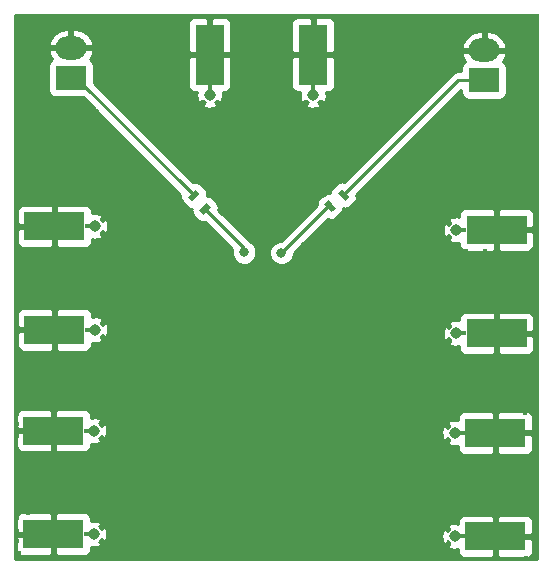
<source format=gbl>
%TF.GenerationSoftware,KiCad,Pcbnew,(2017-10-17 revision 537804b)-master*%
%TF.CreationDate,2018-09-04T11:21:01+02:00*%
%TF.ProjectId,rf_matching,72665F6D61746368696E672E6B696361,rev?*%
%TF.SameCoordinates,Original*%
%TF.FileFunction,Copper,L2,Bot,Signal*%
%TF.FilePolarity,Positive*%
%FSLAX46Y46*%
G04 Gerber Fmt 4.6, Leading zero omitted, Abs format (unit mm)*
G04 Created by KiCad (PCBNEW (2017-10-17 revision 537804b)-master) date Tuesday, 04 September 2018 'AMt' 11:21:01*
%MOMM*%
%LPD*%
G01*
G04 APERTURE LIST*
%TA.AperFunction,ComponentPad*%
%ADD10R,2.600000X2.000000*%
%TD*%
%TA.AperFunction,ComponentPad*%
%ADD11O,2.600000X2.000000*%
%TD*%
%TA.AperFunction,SMDPad,CuDef*%
%ADD12C,0.500000*%
%TD*%
%TA.AperFunction,Conductor*%
%ADD13C,0.100000*%
%TD*%
%TA.AperFunction,SMDPad,CuDef*%
%ADD14R,5.080000X2.420000*%
%TD*%
%TA.AperFunction,ViaPad*%
%ADD15C,0.970000*%
%TD*%
%TA.AperFunction,Conductor*%
%ADD16R,0.890000X0.460000*%
%TD*%
%TA.AperFunction,SMDPad,CuDef*%
%ADD17R,2.420000X5.080000*%
%TD*%
%TA.AperFunction,Conductor*%
%ADD18R,0.460000X0.890000*%
%TD*%
%TA.AperFunction,ViaPad*%
%ADD19C,0.400000*%
%TD*%
%TA.AperFunction,ViaPad*%
%ADD20C,0.800000*%
%TD*%
%TA.AperFunction,Conductor*%
%ADD21C,0.250000*%
%TD*%
%TA.AperFunction,Conductor*%
%ADD22C,0.254000*%
%TD*%
G04 APERTURE END LIST*
D10*
%TO.P,J3,1*%
%TO.N,Net-(J3-Pad1)*%
X184450000Y-77550000D03*
D11*
%TO.P,J3,2*%
%TO.N,GND*%
X184450000Y-75010000D03*
%TD*%
%TO.P,J5,2*%
%TO.N,GND*%
X149475000Y-74810000D03*
D10*
%TO.P,J5,1*%
%TO.N,Net-(J5-Pad1)*%
X149475000Y-77350000D03*
%TD*%
D12*
%TO.P,R1,2*%
%TO.N,Net-(J5-Pad1)*%
X159867909Y-87300467D03*
D13*
%TD*%
%TO.N,Net-(J5-Pad1)*%
%TO.C,R1*%
G36*
X160373326Y-87202724D02*
X159683886Y-87781233D01*
X159362492Y-87398210D01*
X160051932Y-86819701D01*
X160373326Y-87202724D01*
X160373326Y-87202724D01*
G37*
D12*
%TO.P,R1,1*%
%TO.N,Net-(R1-Pad1)*%
X160832091Y-88449533D03*
D13*
%TD*%
%TO.N,Net-(R1-Pad1)*%
%TO.C,R1*%
G36*
X161337508Y-88351790D02*
X160648068Y-88930299D01*
X160326674Y-88547276D01*
X161016114Y-87968767D01*
X161337508Y-88351790D01*
X161337508Y-88351790D01*
G37*
D12*
%TO.P,R2,1*%
%TO.N,Net-(J3-Pad1)*%
X172549533Y-87267909D03*
D13*
%TD*%
%TO.N,Net-(J3-Pad1)*%
%TO.C,R2*%
G36*
X172451790Y-86762492D02*
X173030299Y-87451932D01*
X172647276Y-87773326D01*
X172068767Y-87083886D01*
X172451790Y-86762492D01*
X172451790Y-86762492D01*
G37*
D12*
%TO.P,R2,2*%
%TO.N,Net-(R2-Pad2)*%
X171400467Y-88232091D03*
D13*
%TD*%
%TO.N,Net-(R2-Pad2)*%
%TO.C,R2*%
G36*
X171302724Y-87726674D02*
X171881233Y-88416114D01*
X171498210Y-88737508D01*
X170919701Y-88048068D01*
X171302724Y-87726674D01*
X171302724Y-87726674D01*
G37*
D14*
%TO.P,J1,2*%
%TO.N,GND*%
X148080000Y-89920000D03*
X148080000Y-98680000D03*
D15*
%TD*%
%TO.N,GND*%
%TO.C,J1*%
X151520000Y-89920000D03*
%TO.N,GND*%
%TO.C,J1*%
X151520000Y-98680000D03*
D16*
X151070000Y-89920000D03*
X151070000Y-98680000D03*
%TD*%
%TO.N,GND*%
%TO.C,J2*%
X182530000Y-90220000D03*
X182530000Y-98980000D03*
D15*
X182080000Y-90220000D03*
X182080000Y-98980000D03*
D14*
%TD*%
%TO.P,J2,2*%
%TO.N,GND*%
X185520000Y-90220000D03*
%TO.P,J2,2*%
%TO.N,GND*%
X185520000Y-98980000D03*
%TD*%
D17*
%TO.P,J4,2*%
%TO.N,GND*%
X169980000Y-75380000D03*
X161220000Y-75380000D03*
D15*
%TD*%
%TO.N,GND*%
%TO.C,J4*%
X169980000Y-78820000D03*
%TO.N,GND*%
%TO.C,J4*%
X161220000Y-78820000D03*
D18*
X169980000Y-78370000D03*
X161220000Y-78370000D03*
%TD*%
D14*
%TO.P,J6,2*%
%TO.N,GND*%
X185420000Y-116180000D03*
X185420000Y-107420000D03*
D15*
%TD*%
%TO.N,GND*%
%TO.C,J6*%
X181980000Y-116180000D03*
%TO.N,GND*%
%TO.C,J6*%
X181980000Y-107420000D03*
D16*
X182430000Y-116180000D03*
X182430000Y-107420000D03*
%TD*%
%TO.N,GND*%
%TO.C,J7*%
X150970000Y-115980000D03*
X150970000Y-107220000D03*
D15*
X151420000Y-115980000D03*
X151420000Y-107220000D03*
D14*
%TD*%
%TO.P,J7,2*%
%TO.N,GND*%
X147980000Y-115980000D03*
%TO.P,J7,2*%
%TO.N,GND*%
X147980000Y-107220000D03*
%TD*%
D19*
%TO.N,GND*%
X185300000Y-118000000D03*
X182200000Y-118000000D03*
X181300000Y-118000000D03*
X149900000Y-91900000D03*
X149200000Y-91900000D03*
X148500000Y-91900000D03*
D20*
X169800000Y-88200000D03*
X169800000Y-86400000D03*
X169100000Y-84200000D03*
X168500000Y-82400000D03*
X168500000Y-80700000D03*
X162900000Y-80400000D03*
X162900000Y-82200000D03*
X161800000Y-84200000D03*
X162000000Y-86900000D03*
X179500000Y-116100000D03*
X177800000Y-114700000D03*
X175300000Y-114600000D03*
X172200000Y-114500000D03*
X169400000Y-114600000D03*
X166400000Y-114600000D03*
X163500000Y-114600000D03*
X160800000Y-114600000D03*
X158000000Y-114600000D03*
X155600000Y-114600000D03*
X154300000Y-115900000D03*
X179100000Y-107200000D03*
X176900000Y-108500000D03*
X174400000Y-108600000D03*
X171800000Y-108600000D03*
X169600000Y-108600000D03*
X167100000Y-108600000D03*
X164800000Y-108600000D03*
X162400000Y-108600000D03*
X159900000Y-108700000D03*
X157500000Y-108600000D03*
X155200000Y-108200000D03*
X154100000Y-106400000D03*
X178500000Y-99500000D03*
X154300000Y-99700000D03*
X154700000Y-89800000D03*
X179000000Y-90700000D03*
X177300000Y-91600000D03*
X174400000Y-91600000D03*
X171900000Y-91600000D03*
X169300000Y-91600000D03*
X160600000Y-91700000D03*
X157900000Y-91700000D03*
X155200000Y-91700000D03*
X177300000Y-97600000D03*
X174600000Y-97600000D03*
X171900000Y-97600000D03*
X169000000Y-97600000D03*
X166200000Y-97600000D03*
X163400000Y-97600000D03*
X160700000Y-97600000D03*
X157900000Y-97600000D03*
X155300000Y-97600000D03*
X151700000Y-73100000D03*
X146000000Y-78900000D03*
X150500000Y-79500000D03*
X147200000Y-79200000D03*
X152100000Y-76900000D03*
X152100000Y-74900000D03*
X146500000Y-80200000D03*
X181600000Y-73100000D03*
X188000000Y-79800000D03*
X185600000Y-79800000D03*
X183300000Y-79800000D03*
X181300000Y-77200000D03*
X181300000Y-74500000D03*
X186800000Y-80900000D03*
X184200000Y-80900000D03*
X182100000Y-80900000D03*
X179900000Y-78300000D03*
X179900000Y-75700000D03*
X179900000Y-73800000D03*
X153100000Y-74000000D03*
X153100000Y-75600000D03*
X153100000Y-78000000D03*
X151500000Y-80300000D03*
X149600000Y-80200000D03*
X148000000Y-80200000D03*
D19*
X180000000Y-105700000D03*
X180600000Y-105500000D03*
X181300000Y-105500000D03*
X182000000Y-105500000D03*
X182600000Y-105500000D03*
X183300000Y-105500000D03*
X184000000Y-105500000D03*
X184600000Y-105500000D03*
X185200000Y-105500000D03*
X185800000Y-105500000D03*
X186600000Y-105500000D03*
X187200000Y-105500000D03*
X187900000Y-105700000D03*
X188500000Y-105600000D03*
X188200000Y-110000000D03*
X187400000Y-110000000D03*
X186600000Y-110000000D03*
X186000000Y-110000000D03*
X185300000Y-110000000D03*
X184600000Y-110000000D03*
X183900000Y-110000000D03*
X183200000Y-110000000D03*
X182500000Y-110000000D03*
X181800000Y-110000000D03*
X188000000Y-114400000D03*
X188100000Y-113900000D03*
X187400000Y-113900000D03*
X187200000Y-114400000D03*
X188200000Y-109500000D03*
X187600000Y-109500000D03*
X186900000Y-109600000D03*
X186300000Y-109600000D03*
X185600000Y-109600000D03*
X184900000Y-109600000D03*
X184200000Y-109600000D03*
X183500000Y-109600000D03*
X182800000Y-109600000D03*
X182100000Y-109600000D03*
X181500000Y-109600000D03*
X186400000Y-114400000D03*
X185600000Y-114400000D03*
X184900000Y-114400000D03*
X184100000Y-114400000D03*
X183300000Y-114400000D03*
X182300000Y-114400000D03*
X186700000Y-114000000D03*
X186000000Y-114000000D03*
X185200000Y-114000000D03*
X184500000Y-114000000D03*
X183700000Y-114000000D03*
X182800000Y-114000000D03*
X181900000Y-114000000D03*
X181000000Y-113800000D03*
X180200000Y-113300000D03*
X179400000Y-113300000D03*
X178400000Y-113300000D03*
X177400000Y-113300000D03*
X176400000Y-113300000D03*
X175600000Y-113300000D03*
X174700000Y-113300000D03*
X173800000Y-113300000D03*
X172900000Y-113300000D03*
X171900000Y-113300000D03*
X170900000Y-113300000D03*
X169800000Y-113300000D03*
X168900000Y-113300000D03*
X168000000Y-113300000D03*
X167100000Y-113300000D03*
X166100000Y-113300000D03*
X165100000Y-113300000D03*
X164200000Y-113300000D03*
X163400000Y-113300000D03*
X162500000Y-113300000D03*
X161700000Y-113300000D03*
X161000000Y-113300000D03*
X160200000Y-113300000D03*
X159400000Y-113300000D03*
X158400000Y-113300000D03*
X157500000Y-113300000D03*
X156800000Y-113300000D03*
X156100000Y-113300000D03*
X155200000Y-113300000D03*
X154400000Y-113300000D03*
X153700000Y-113300000D03*
X153000000Y-113300000D03*
X152400000Y-113300000D03*
X180600000Y-110100000D03*
X181000000Y-109900000D03*
X179800000Y-110200000D03*
X178900000Y-110200000D03*
X178100000Y-110200000D03*
X177200000Y-110200000D03*
X176300000Y-110200000D03*
X175500000Y-110200000D03*
X174500000Y-110200000D03*
X173600000Y-110200000D03*
X172500000Y-110200000D03*
X171600000Y-110200000D03*
X170700000Y-110200000D03*
X169700000Y-110200000D03*
X168800000Y-110200000D03*
X167800000Y-110200000D03*
X166900000Y-110200000D03*
X166000000Y-110200000D03*
X165100000Y-110200000D03*
X164300000Y-110200000D03*
X163300000Y-110200000D03*
X162400000Y-110200000D03*
X161500000Y-110200000D03*
X160700000Y-110200000D03*
X159900000Y-110200000D03*
X159100000Y-110200000D03*
X158100000Y-110200000D03*
X157100000Y-110200000D03*
X156000000Y-110200000D03*
X155100000Y-110200000D03*
X154200000Y-110200000D03*
X153500000Y-110200000D03*
X152800000Y-110200000D03*
X152100000Y-110100000D03*
X182900000Y-92000000D03*
X184500000Y-92000000D03*
X187100000Y-96900000D03*
X186300000Y-96900000D03*
X185400000Y-96900000D03*
X184600000Y-96900000D03*
X183900000Y-96900000D03*
X183100000Y-96900000D03*
X182400000Y-96900000D03*
X185400000Y-92100000D03*
X182100000Y-92000000D03*
X179600000Y-101000000D03*
X180400000Y-100600000D03*
X181000000Y-101100000D03*
X182200000Y-101100000D03*
X183100000Y-101100000D03*
X184000000Y-101100000D03*
X184900000Y-101100000D03*
X185900000Y-101100000D03*
X187000000Y-101100000D03*
X188000000Y-101100000D03*
X179600000Y-88400000D03*
X180500000Y-88400000D03*
X181400000Y-88000000D03*
X182100000Y-87900000D03*
X182600000Y-87900000D03*
X183400000Y-87900000D03*
X184300000Y-87900000D03*
X185100000Y-87900000D03*
X185800000Y-87900000D03*
X186400000Y-87900000D03*
X188000000Y-96800000D03*
X188100000Y-92300000D03*
X187900000Y-87900000D03*
X187100000Y-87900000D03*
X152500000Y-87300000D03*
X151700000Y-87300000D03*
X150800000Y-87300000D03*
X150100000Y-87300000D03*
X149200000Y-87300000D03*
X148500000Y-87300000D03*
X147700000Y-87300000D03*
X146800000Y-87300000D03*
X145400000Y-87300000D03*
X146000000Y-87300000D03*
X152600000Y-87800000D03*
X152000000Y-87800000D03*
X151200000Y-87800000D03*
X150400000Y-87800000D03*
X149600000Y-87800000D03*
X148800000Y-87800000D03*
X147900000Y-87800000D03*
X147200000Y-87800000D03*
X146400000Y-87900000D03*
X145600000Y-87900000D03*
X152000000Y-91700000D03*
X151400000Y-91900000D03*
X150700000Y-91900000D03*
X147800000Y-91900000D03*
X147100000Y-91900000D03*
X146100000Y-91900000D03*
X145500000Y-91900000D03*
X145600000Y-92400000D03*
X152300000Y-101300000D03*
X151500000Y-101300000D03*
X150700000Y-101300000D03*
X149900000Y-101300000D03*
X149000000Y-101300000D03*
X148200000Y-101300000D03*
X147500000Y-101300000D03*
X146700000Y-101300000D03*
X145900000Y-101400000D03*
X151800000Y-100700000D03*
X151100000Y-100700000D03*
X150300000Y-100700000D03*
X149400000Y-100700000D03*
X148600000Y-100700000D03*
X147900000Y-100700000D03*
X147100000Y-100700000D03*
X146300000Y-100700000D03*
X145600000Y-100700000D03*
X145500000Y-96800000D03*
X145900000Y-96300000D03*
X146100000Y-96800000D03*
X151800000Y-96800000D03*
X150800000Y-96800000D03*
X150100000Y-96800000D03*
X149300000Y-96800000D03*
X148600000Y-96800000D03*
X147900000Y-96800000D03*
X147100000Y-96800000D03*
X151600000Y-114100000D03*
X150800000Y-114100000D03*
X150100000Y-114100000D03*
X149400000Y-114100000D03*
X148800000Y-114100000D03*
X148000000Y-114100000D03*
X147300000Y-114100000D03*
X146600000Y-114100000D03*
X145800000Y-114200000D03*
X151800000Y-113600000D03*
X151200000Y-113600000D03*
X150400000Y-113600000D03*
X149800000Y-113600000D03*
X149200000Y-113600000D03*
X148300000Y-113600000D03*
X147700000Y-113600000D03*
X146900000Y-113600000D03*
X146200000Y-113600000D03*
X151200000Y-109800000D03*
X150500000Y-109800000D03*
X149400000Y-109800000D03*
X147800000Y-109800000D03*
X148600000Y-109800000D03*
X147100000Y-109800000D03*
X146400000Y-109800000D03*
X145700000Y-109900000D03*
X145500000Y-113600000D03*
X152000000Y-109400000D03*
X151500000Y-109400000D03*
X150800000Y-109400000D03*
X150200000Y-109400000D03*
X149600000Y-109400000D03*
X148900000Y-109400000D03*
X148100000Y-109400000D03*
X147400000Y-109400000D03*
X146700000Y-109400000D03*
X146100000Y-109400000D03*
X145500000Y-109400000D03*
X145200000Y-105200000D03*
X151800000Y-105200000D03*
X151200000Y-105200000D03*
X150700000Y-105200000D03*
X150000000Y-105200000D03*
X149300000Y-105200000D03*
X148600000Y-105200000D03*
X147900000Y-105200000D03*
X147200000Y-105200000D03*
X146500000Y-105200000D03*
X145900000Y-105200000D03*
X168100000Y-73500000D03*
X168100000Y-74300000D03*
X168100000Y-74800000D03*
X168100000Y-75500000D03*
X168100000Y-76200000D03*
X168100000Y-77000000D03*
X168100000Y-77800000D03*
X168100000Y-78500000D03*
X163300000Y-72800000D03*
X163300000Y-73500000D03*
X163300000Y-74400000D03*
X163300000Y-75100000D03*
X163300000Y-75800000D03*
X163300000Y-76400000D03*
X163300000Y-77100000D03*
X163300000Y-77800000D03*
X163300000Y-78500000D03*
X172300000Y-73400000D03*
X172300000Y-74300000D03*
X172300000Y-75100000D03*
X172300000Y-76100000D03*
X172300000Y-76600000D03*
X172300000Y-77300000D03*
X172300000Y-78300000D03*
X172300000Y-79000000D03*
X159100000Y-72900000D03*
X159100000Y-73500000D03*
X159100000Y-74400000D03*
X159100000Y-75100000D03*
X159100000Y-75800000D03*
X159100000Y-76300000D03*
X159100000Y-76900000D03*
X159100000Y-77600000D03*
X159100000Y-78200000D03*
X159100000Y-79000000D03*
X145700000Y-72100000D03*
X146500000Y-72100000D03*
X147300000Y-72100000D03*
X148400000Y-72100000D03*
X149400000Y-72100000D03*
X150200000Y-72100000D03*
X150900000Y-72100000D03*
X152000000Y-72100000D03*
X153100000Y-72100000D03*
X154300000Y-72100000D03*
X155300000Y-72100000D03*
X156300000Y-72100000D03*
X157200000Y-72100000D03*
X158300000Y-72100000D03*
X159200000Y-72100000D03*
X160100000Y-72100000D03*
X161000000Y-72100000D03*
X161900000Y-72100000D03*
X162800000Y-72100000D03*
X163700000Y-72100000D03*
X164600000Y-72100000D03*
X165400000Y-72100000D03*
X166500000Y-72100000D03*
X167500000Y-72100000D03*
X168400000Y-72100000D03*
X169300000Y-72100000D03*
X170400000Y-72100000D03*
X171300000Y-72100000D03*
X172300000Y-72100000D03*
X173200000Y-72100000D03*
X174100000Y-72100000D03*
X175000000Y-72100000D03*
X175900000Y-72100000D03*
X176800000Y-72100000D03*
X177900000Y-72100000D03*
X178800000Y-72100000D03*
X179600000Y-72100000D03*
X180400000Y-72100000D03*
X181200000Y-72100000D03*
X182000000Y-72100000D03*
X182800000Y-72100000D03*
X183700000Y-72100000D03*
X184500000Y-72100000D03*
X185400000Y-72100000D03*
X186300000Y-72100000D03*
X187200000Y-72100000D03*
X188100000Y-72100000D03*
X188900000Y-72100000D03*
X188900000Y-72800000D03*
X188900000Y-73500000D03*
X188900000Y-74200000D03*
X188900000Y-75000000D03*
X188900000Y-75800000D03*
X188900000Y-76600000D03*
X188900000Y-77400000D03*
X188900000Y-78200000D03*
X188900000Y-79200000D03*
X188900000Y-79900000D03*
X188900000Y-80900000D03*
X188900000Y-81800000D03*
X188900000Y-82700000D03*
X188900000Y-83700000D03*
X188900000Y-84800000D03*
X188900000Y-85400000D03*
X188900000Y-86300000D03*
X188900000Y-87200000D03*
X188900000Y-88300000D03*
X188900000Y-89400000D03*
X188900000Y-90300000D03*
X188900000Y-91200000D03*
X188900000Y-92100000D03*
X188900000Y-93000000D03*
X188900000Y-93700000D03*
X188900000Y-94500000D03*
X188900000Y-95300000D03*
X188900000Y-96100000D03*
X188900000Y-97000000D03*
X188900000Y-98000000D03*
X188900000Y-98900000D03*
X188900000Y-99800000D03*
X188900000Y-100700000D03*
X188900000Y-101600000D03*
X188900000Y-102500000D03*
X188900000Y-103300000D03*
X188900000Y-104200000D03*
X188900000Y-105200000D03*
X188900000Y-106100000D03*
X188900000Y-106900000D03*
X188900000Y-107900000D03*
X188900000Y-108800000D03*
X188900000Y-109800000D03*
X188900000Y-110700000D03*
X188900000Y-111700000D03*
X188900000Y-112500000D03*
X188900000Y-113400000D03*
X188900000Y-114600000D03*
X188900000Y-115600000D03*
X188900000Y-116400000D03*
X188900000Y-117200000D03*
X188900000Y-118000000D03*
X188000000Y-118000000D03*
X180300000Y-118000000D03*
X179100000Y-118000000D03*
X178100000Y-118000000D03*
X177100000Y-118000000D03*
X175900000Y-118000000D03*
X174800000Y-118000000D03*
X173600000Y-118000000D03*
X172300000Y-118000000D03*
X171100000Y-118000000D03*
X169800000Y-118000000D03*
X168500000Y-118000000D03*
X167400000Y-118000000D03*
X166100000Y-118000000D03*
X165000000Y-118000000D03*
X164000000Y-118000000D03*
X162800000Y-118000000D03*
X161700000Y-118000000D03*
X160700000Y-118000000D03*
X159500000Y-118000000D03*
X158400000Y-118000000D03*
X157300000Y-118000000D03*
X156100000Y-118000000D03*
X155100000Y-118000000D03*
X154200000Y-118000000D03*
X153200000Y-118000000D03*
X152200000Y-118000000D03*
X151400000Y-118000000D03*
X150300000Y-118000000D03*
X149400000Y-118000000D03*
X148200000Y-118000000D03*
X147200000Y-118000000D03*
X146100000Y-118000000D03*
X145100000Y-117600000D03*
X144900000Y-116600000D03*
X144900000Y-115700000D03*
X144900000Y-114600000D03*
X144900000Y-113600000D03*
X144900000Y-112700000D03*
X144900000Y-111800000D03*
X144900000Y-110900000D03*
X144900000Y-109900000D03*
X144900000Y-108800000D03*
X144900000Y-107700000D03*
X144900000Y-106700000D03*
X144900000Y-105800000D03*
X144900000Y-104800000D03*
X144900000Y-103800000D03*
X144900000Y-102800000D03*
X144900000Y-101900000D03*
X144900000Y-100900000D03*
X144900000Y-100000000D03*
X144900000Y-99100000D03*
X144900000Y-98200000D03*
X144900000Y-97200000D03*
X144900000Y-96400000D03*
X144900000Y-95400000D03*
X144900000Y-94400000D03*
X144900000Y-93500000D03*
X144900000Y-92500000D03*
X144900000Y-91600000D03*
X144900000Y-90700000D03*
X144900000Y-89800000D03*
X144900000Y-89000000D03*
X144900000Y-87900000D03*
X144900000Y-86900000D03*
X144900000Y-85900000D03*
X144900000Y-84900000D03*
X144900000Y-83900000D03*
X144900000Y-83000000D03*
X144900000Y-82100000D03*
X144900000Y-81200000D03*
X144900000Y-80200000D03*
X144900000Y-79200000D03*
X144900000Y-78400000D03*
X144900000Y-77300000D03*
X144900000Y-76300000D03*
X144900000Y-75200000D03*
X144900000Y-74200000D03*
X144900000Y-73200000D03*
X144900000Y-72300000D03*
X167700000Y-73400000D03*
X167700000Y-73900000D03*
X167700000Y-74500000D03*
X167700000Y-75200000D03*
X167700000Y-75900000D03*
X167700000Y-76600000D03*
X167700000Y-77400000D03*
X167700000Y-78100000D03*
X167700000Y-78800000D03*
X167500000Y-79400000D03*
X167100000Y-79800000D03*
X167100000Y-80400000D03*
X167100000Y-81100000D03*
X166900000Y-81700000D03*
X167100000Y-82100000D03*
X167100000Y-82800000D03*
X167100000Y-83400000D03*
X167100000Y-84200000D03*
X167600000Y-84400000D03*
X168000000Y-84900000D03*
X168000000Y-85600000D03*
X168000000Y-86300000D03*
X168000000Y-87000000D03*
X168000000Y-87600000D03*
X168000000Y-88300000D03*
X168000000Y-89000000D03*
X167700000Y-89600000D03*
X167100000Y-89800000D03*
X167100000Y-90400000D03*
X167100000Y-90900000D03*
X164200000Y-90600000D03*
X164100000Y-90100000D03*
X163500000Y-89700000D03*
X163300000Y-89000000D03*
X163300000Y-88300000D03*
X163300000Y-87700000D03*
X163200000Y-87000000D03*
X163300000Y-86200000D03*
X163300000Y-85500000D03*
X163300000Y-84800000D03*
X163800000Y-84400000D03*
X164100000Y-83800000D03*
X164100000Y-83100000D03*
X164100000Y-82500000D03*
X164400000Y-81700000D03*
X164200000Y-80900000D03*
X164200000Y-80200000D03*
X164100000Y-79500000D03*
X163800000Y-78900000D03*
X163800000Y-78200000D03*
X163800000Y-77500000D03*
X163800000Y-76800000D03*
X163800000Y-76100000D03*
X163800000Y-75400000D03*
X163800000Y-74700000D03*
X163800000Y-74100000D03*
X163800000Y-73600000D03*
X187400000Y-92400000D03*
X186700000Y-92400000D03*
X186000000Y-92400000D03*
X184900000Y-92400000D03*
X184200000Y-92400000D03*
X183600000Y-92400000D03*
X183100000Y-92400000D03*
X182400000Y-92400000D03*
X181700000Y-92400000D03*
X181200000Y-92800000D03*
X180600000Y-93000000D03*
X179900000Y-93000000D03*
X179200000Y-93000000D03*
X178500000Y-93100000D03*
X177800000Y-93300000D03*
X177000000Y-93200000D03*
X176300000Y-93200000D03*
X175400000Y-93200000D03*
X174600000Y-93200000D03*
X173900000Y-93200000D03*
X173200000Y-93200000D03*
X172500000Y-93200000D03*
X171800000Y-93200000D03*
X171100000Y-93200000D03*
X170400000Y-93200000D03*
X169600000Y-93200000D03*
X168900000Y-93200000D03*
X168200000Y-93200000D03*
X167500000Y-93300000D03*
X163700000Y-93200000D03*
X163000000Y-93200000D03*
X162200000Y-93200000D03*
X161500000Y-93200000D03*
X160800000Y-93200000D03*
X160100000Y-93200000D03*
X159400000Y-93200000D03*
X158600000Y-93200000D03*
X157900000Y-93200000D03*
X157100000Y-93200000D03*
X156500000Y-93200000D03*
X156000000Y-93200000D03*
X155400000Y-93400000D03*
X154900000Y-93200000D03*
X154200000Y-93200000D03*
X153500000Y-93200000D03*
X152800000Y-93200000D03*
X152300000Y-92800000D03*
X151700000Y-92400000D03*
X151000000Y-92400000D03*
X150300000Y-92400000D03*
X149500000Y-92400000D03*
X148800000Y-92400000D03*
X148100000Y-92400000D03*
X147400000Y-92400000D03*
X146700000Y-92400000D03*
X187400000Y-96500000D03*
X186500000Y-96500000D03*
X185800000Y-96500000D03*
X185000000Y-96500000D03*
X184200000Y-96500000D03*
X183400000Y-96500000D03*
X182700000Y-96500000D03*
X182000000Y-96500000D03*
X181300000Y-96400000D03*
X180700000Y-96000000D03*
X179900000Y-96000000D03*
X179300000Y-96100000D03*
X178600000Y-96100000D03*
X178000000Y-95900000D03*
X177500000Y-96100000D03*
X176600000Y-96100000D03*
X175700000Y-96100000D03*
X174700000Y-96100000D03*
X173700000Y-96100000D03*
X172900000Y-96100000D03*
X172000000Y-96100000D03*
X171100000Y-96100000D03*
X170300000Y-96100000D03*
X169500000Y-96100000D03*
X168600000Y-96100000D03*
X167800000Y-96100000D03*
X167000000Y-96100000D03*
X146700000Y-96300000D03*
X147500000Y-96300000D03*
X148200000Y-96300000D03*
X148900000Y-96300000D03*
X149700000Y-96300000D03*
X150500000Y-96300000D03*
X151300000Y-96300000D03*
X152100000Y-96200000D03*
X152800000Y-96100000D03*
X153600000Y-96100000D03*
X154400000Y-96100000D03*
X155100000Y-96000000D03*
X155700000Y-96000000D03*
X156500000Y-96100000D03*
X157400000Y-96100000D03*
X158300000Y-96100000D03*
X159200000Y-96100000D03*
X160100000Y-96100000D03*
X161000000Y-96100000D03*
X161800000Y-96100000D03*
X162600000Y-96100000D03*
X163400000Y-96100000D03*
X164200000Y-96100000D03*
X165325000Y-93800000D03*
X165975000Y-93800000D03*
X166300000Y-93450000D03*
X165000000Y-93475000D03*
X165650000Y-95925000D03*
X166225000Y-96075000D03*
X165075000Y-96100000D03*
X165650000Y-93450000D03*
D20*
%TO.N,Net-(R1-Pad1)*%
X164150000Y-92125000D03*
%TO.N,Net-(R2-Pad2)*%
X167300000Y-92175000D03*
%TD*%
D21*
%TO.N,Net-(J3-Pad1)*%
X172549533Y-87267909D02*
X182267442Y-77550000D01*
X182267442Y-77550000D02*
X184450000Y-77550000D01*
X184450000Y-77550000D02*
X184150000Y-77550000D01*
%TO.N,Net-(J5-Pad1)*%
X149475000Y-77350000D02*
X149917442Y-77350000D01*
X149917442Y-77350000D02*
X159619747Y-87052305D01*
X159619747Y-87052305D02*
X159867909Y-87300467D01*
%TO.N,Net-(R1-Pad1)*%
X160832091Y-88449533D02*
X164150000Y-91767442D01*
X164150000Y-91767442D02*
X164150000Y-92125000D01*
%TO.N,Net-(R2-Pad2)*%
X167300000Y-92175000D02*
X171242909Y-88232091D01*
X171242909Y-88232091D02*
X171400467Y-88232091D01*
%TD*%
D22*
%TO.N,GND*%
G36*
X188940000Y-118065000D02*
X144710000Y-118065000D01*
X144710000Y-116265750D01*
X144805000Y-116265750D01*
X144805000Y-117316310D01*
X144901673Y-117549699D01*
X145080302Y-117728327D01*
X145313691Y-117825000D01*
X147694250Y-117825000D01*
X147853000Y-117666250D01*
X147853000Y-116107000D01*
X144963750Y-116107000D01*
X144805000Y-116265750D01*
X144710000Y-116265750D01*
X144710000Y-114643690D01*
X144805000Y-114643690D01*
X144805000Y-115694250D01*
X144963750Y-115853000D01*
X147853000Y-115853000D01*
X147853000Y-114293750D01*
X148107000Y-114293750D01*
X148107000Y-115853000D01*
X148127000Y-115853000D01*
X148127000Y-116107000D01*
X148107000Y-116107000D01*
X148107000Y-117666250D01*
X148265750Y-117825000D01*
X150646309Y-117825000D01*
X150879698Y-117728327D01*
X151058327Y-117549699D01*
X151155000Y-117316310D01*
X151155000Y-117072129D01*
X151278564Y-117113149D01*
X151722968Y-117081018D01*
X151984308Y-116972768D01*
X152019595Y-116759200D01*
X151891710Y-116631315D01*
X151953327Y-116569699D01*
X152022443Y-116402838D01*
X152199200Y-116579595D01*
X152412768Y-116544308D01*
X152553149Y-116121436D01*
X152547158Y-116038564D01*
X180846851Y-116038564D01*
X180878982Y-116482968D01*
X180987232Y-116744308D01*
X181200800Y-116779595D01*
X181377557Y-116602838D01*
X181446673Y-116769699D01*
X181508290Y-116831315D01*
X181380405Y-116959200D01*
X181415692Y-117172768D01*
X181838564Y-117313149D01*
X182245000Y-117283763D01*
X182245000Y-117516310D01*
X182341673Y-117749699D01*
X182520302Y-117928327D01*
X182753691Y-118025000D01*
X185134250Y-118025000D01*
X185293000Y-117866250D01*
X185293000Y-116307000D01*
X185547000Y-116307000D01*
X185547000Y-117866250D01*
X185705750Y-118025000D01*
X188086309Y-118025000D01*
X188319698Y-117928327D01*
X188498327Y-117749699D01*
X188595000Y-117516310D01*
X188595000Y-116465750D01*
X188436250Y-116307000D01*
X185547000Y-116307000D01*
X185293000Y-116307000D01*
X185273000Y-116307000D01*
X185273000Y-116053000D01*
X185293000Y-116053000D01*
X185293000Y-114493750D01*
X185547000Y-114493750D01*
X185547000Y-116053000D01*
X188436250Y-116053000D01*
X188595000Y-115894250D01*
X188595000Y-114843690D01*
X188498327Y-114610301D01*
X188319698Y-114431673D01*
X188086309Y-114335000D01*
X185705750Y-114335000D01*
X185547000Y-114493750D01*
X185293000Y-114493750D01*
X185134250Y-114335000D01*
X182753691Y-114335000D01*
X182520302Y-114431673D01*
X182341673Y-114610301D01*
X182245000Y-114843690D01*
X182245000Y-115087871D01*
X182121436Y-115046851D01*
X181677032Y-115078982D01*
X181415692Y-115187232D01*
X181380405Y-115400800D01*
X181508290Y-115528685D01*
X181446673Y-115590301D01*
X181377557Y-115757162D01*
X181200800Y-115580405D01*
X180987232Y-115615692D01*
X180846851Y-116038564D01*
X152547158Y-116038564D01*
X152521018Y-115677032D01*
X152412768Y-115415692D01*
X152199200Y-115380405D01*
X152022443Y-115557162D01*
X151953327Y-115390301D01*
X151891710Y-115328685D01*
X152019595Y-115200800D01*
X151984308Y-114987232D01*
X151561436Y-114846851D01*
X151155000Y-114876237D01*
X151155000Y-114643690D01*
X151058327Y-114410301D01*
X150879698Y-114231673D01*
X150646309Y-114135000D01*
X148265750Y-114135000D01*
X148107000Y-114293750D01*
X147853000Y-114293750D01*
X147694250Y-114135000D01*
X145313691Y-114135000D01*
X145080302Y-114231673D01*
X144901673Y-114410301D01*
X144805000Y-114643690D01*
X144710000Y-114643690D01*
X144710000Y-107505750D01*
X144805000Y-107505750D01*
X144805000Y-108556310D01*
X144901673Y-108789699D01*
X145080302Y-108968327D01*
X145313691Y-109065000D01*
X147694250Y-109065000D01*
X147853000Y-108906250D01*
X147853000Y-107347000D01*
X144963750Y-107347000D01*
X144805000Y-107505750D01*
X144710000Y-107505750D01*
X144710000Y-105883690D01*
X144805000Y-105883690D01*
X144805000Y-106934250D01*
X144963750Y-107093000D01*
X147853000Y-107093000D01*
X147853000Y-105533750D01*
X148107000Y-105533750D01*
X148107000Y-107093000D01*
X148127000Y-107093000D01*
X148127000Y-107347000D01*
X148107000Y-107347000D01*
X148107000Y-108906250D01*
X148265750Y-109065000D01*
X150646309Y-109065000D01*
X150879698Y-108968327D01*
X151058327Y-108789699D01*
X151155000Y-108556310D01*
X151155000Y-108312129D01*
X151278564Y-108353149D01*
X151722968Y-108321018D01*
X151984308Y-108212768D01*
X152019595Y-107999200D01*
X151891710Y-107871315D01*
X151953327Y-107809699D01*
X152022443Y-107642838D01*
X152199200Y-107819595D01*
X152412768Y-107784308D01*
X152553149Y-107361436D01*
X152547158Y-107278564D01*
X180846851Y-107278564D01*
X180878982Y-107722968D01*
X180987232Y-107984308D01*
X181200800Y-108019595D01*
X181377557Y-107842838D01*
X181446673Y-108009699D01*
X181508290Y-108071315D01*
X181380405Y-108199200D01*
X181415692Y-108412768D01*
X181838564Y-108553149D01*
X182245000Y-108523763D01*
X182245000Y-108756310D01*
X182341673Y-108989699D01*
X182520302Y-109168327D01*
X182753691Y-109265000D01*
X185134250Y-109265000D01*
X185293000Y-109106250D01*
X185293000Y-107547000D01*
X185547000Y-107547000D01*
X185547000Y-109106250D01*
X185705750Y-109265000D01*
X188086309Y-109265000D01*
X188319698Y-109168327D01*
X188498327Y-108989699D01*
X188595000Y-108756310D01*
X188595000Y-107705750D01*
X188436250Y-107547000D01*
X185547000Y-107547000D01*
X185293000Y-107547000D01*
X185273000Y-107547000D01*
X185273000Y-107293000D01*
X185293000Y-107293000D01*
X185293000Y-105733750D01*
X185547000Y-105733750D01*
X185547000Y-107293000D01*
X188436250Y-107293000D01*
X188595000Y-107134250D01*
X188595000Y-106083690D01*
X188498327Y-105850301D01*
X188319698Y-105671673D01*
X188086309Y-105575000D01*
X185705750Y-105575000D01*
X185547000Y-105733750D01*
X185293000Y-105733750D01*
X185134250Y-105575000D01*
X182753691Y-105575000D01*
X182520302Y-105671673D01*
X182341673Y-105850301D01*
X182245000Y-106083690D01*
X182245000Y-106327871D01*
X182121436Y-106286851D01*
X181677032Y-106318982D01*
X181415692Y-106427232D01*
X181380405Y-106640800D01*
X181508290Y-106768685D01*
X181446673Y-106830301D01*
X181377557Y-106997162D01*
X181200800Y-106820405D01*
X180987232Y-106855692D01*
X180846851Y-107278564D01*
X152547158Y-107278564D01*
X152521018Y-106917032D01*
X152412768Y-106655692D01*
X152199200Y-106620405D01*
X152022443Y-106797162D01*
X151953327Y-106630301D01*
X151891710Y-106568685D01*
X152019595Y-106440800D01*
X151984308Y-106227232D01*
X151561436Y-106086851D01*
X151155000Y-106116237D01*
X151155000Y-105883690D01*
X151058327Y-105650301D01*
X150879698Y-105471673D01*
X150646309Y-105375000D01*
X148265750Y-105375000D01*
X148107000Y-105533750D01*
X147853000Y-105533750D01*
X147694250Y-105375000D01*
X145313691Y-105375000D01*
X145080302Y-105471673D01*
X144901673Y-105650301D01*
X144805000Y-105883690D01*
X144710000Y-105883690D01*
X144710000Y-98965750D01*
X144905000Y-98965750D01*
X144905000Y-100016310D01*
X145001673Y-100249699D01*
X145180302Y-100428327D01*
X145413691Y-100525000D01*
X147794250Y-100525000D01*
X147953000Y-100366250D01*
X147953000Y-98807000D01*
X145063750Y-98807000D01*
X144905000Y-98965750D01*
X144710000Y-98965750D01*
X144710000Y-97343690D01*
X144905000Y-97343690D01*
X144905000Y-98394250D01*
X145063750Y-98553000D01*
X147953000Y-98553000D01*
X147953000Y-96993750D01*
X148207000Y-96993750D01*
X148207000Y-98553000D01*
X148227000Y-98553000D01*
X148227000Y-98807000D01*
X148207000Y-98807000D01*
X148207000Y-100366250D01*
X148365750Y-100525000D01*
X150746309Y-100525000D01*
X150979698Y-100428327D01*
X151158327Y-100249699D01*
X151255000Y-100016310D01*
X151255000Y-99772129D01*
X151378564Y-99813149D01*
X151822968Y-99781018D01*
X152084308Y-99672768D01*
X152119595Y-99459200D01*
X151991710Y-99331315D01*
X152053327Y-99269699D01*
X152122443Y-99102838D01*
X152299200Y-99279595D01*
X152512768Y-99244308D01*
X152647463Y-98838564D01*
X180946851Y-98838564D01*
X180978982Y-99282968D01*
X181087232Y-99544308D01*
X181300800Y-99579595D01*
X181477557Y-99402838D01*
X181546673Y-99569699D01*
X181608290Y-99631315D01*
X181480405Y-99759200D01*
X181515692Y-99972768D01*
X181938564Y-100113149D01*
X182345000Y-100083763D01*
X182345000Y-100316310D01*
X182441673Y-100549699D01*
X182620302Y-100728327D01*
X182853691Y-100825000D01*
X185234250Y-100825000D01*
X185393000Y-100666250D01*
X185393000Y-99107000D01*
X185647000Y-99107000D01*
X185647000Y-100666250D01*
X185805750Y-100825000D01*
X188186309Y-100825000D01*
X188419698Y-100728327D01*
X188598327Y-100549699D01*
X188695000Y-100316310D01*
X188695000Y-99265750D01*
X188536250Y-99107000D01*
X185647000Y-99107000D01*
X185393000Y-99107000D01*
X185373000Y-99107000D01*
X185373000Y-98853000D01*
X185393000Y-98853000D01*
X185393000Y-97293750D01*
X185647000Y-97293750D01*
X185647000Y-98853000D01*
X188536250Y-98853000D01*
X188695000Y-98694250D01*
X188695000Y-97643690D01*
X188598327Y-97410301D01*
X188419698Y-97231673D01*
X188186309Y-97135000D01*
X185805750Y-97135000D01*
X185647000Y-97293750D01*
X185393000Y-97293750D01*
X185234250Y-97135000D01*
X182853691Y-97135000D01*
X182620302Y-97231673D01*
X182441673Y-97410301D01*
X182345000Y-97643690D01*
X182345000Y-97887871D01*
X182221436Y-97846851D01*
X181777032Y-97878982D01*
X181515692Y-97987232D01*
X181480405Y-98200800D01*
X181608290Y-98328685D01*
X181546673Y-98390301D01*
X181477557Y-98557162D01*
X181300800Y-98380405D01*
X181087232Y-98415692D01*
X180946851Y-98838564D01*
X152647463Y-98838564D01*
X152653149Y-98821436D01*
X152621018Y-98377032D01*
X152512768Y-98115692D01*
X152299200Y-98080405D01*
X152122443Y-98257162D01*
X152053327Y-98090301D01*
X151991710Y-98028685D01*
X152119595Y-97900800D01*
X152084308Y-97687232D01*
X151661436Y-97546851D01*
X151255000Y-97576237D01*
X151255000Y-97343690D01*
X151158327Y-97110301D01*
X150979698Y-96931673D01*
X150746309Y-96835000D01*
X148365750Y-96835000D01*
X148207000Y-96993750D01*
X147953000Y-96993750D01*
X147794250Y-96835000D01*
X145413691Y-96835000D01*
X145180302Y-96931673D01*
X145001673Y-97110301D01*
X144905000Y-97343690D01*
X144710000Y-97343690D01*
X144710000Y-90205750D01*
X144905000Y-90205750D01*
X144905000Y-91256310D01*
X145001673Y-91489699D01*
X145180302Y-91668327D01*
X145413691Y-91765000D01*
X147794250Y-91765000D01*
X147953000Y-91606250D01*
X147953000Y-90047000D01*
X145063750Y-90047000D01*
X144905000Y-90205750D01*
X144710000Y-90205750D01*
X144710000Y-88583690D01*
X144905000Y-88583690D01*
X144905000Y-89634250D01*
X145063750Y-89793000D01*
X147953000Y-89793000D01*
X147953000Y-88233750D01*
X148207000Y-88233750D01*
X148207000Y-89793000D01*
X148227000Y-89793000D01*
X148227000Y-90047000D01*
X148207000Y-90047000D01*
X148207000Y-91606250D01*
X148365750Y-91765000D01*
X150746309Y-91765000D01*
X150979698Y-91668327D01*
X151158327Y-91489699D01*
X151255000Y-91256310D01*
X151255000Y-91012129D01*
X151378564Y-91053149D01*
X151822968Y-91021018D01*
X152084308Y-90912768D01*
X152119595Y-90699200D01*
X151991710Y-90571315D01*
X152053327Y-90509699D01*
X152122443Y-90342838D01*
X152299200Y-90519595D01*
X152512768Y-90484308D01*
X152653149Y-90061436D01*
X152621018Y-89617032D01*
X152512768Y-89355692D01*
X152299200Y-89320405D01*
X152122443Y-89497162D01*
X152053327Y-89330301D01*
X151991710Y-89268685D01*
X152119595Y-89140800D01*
X152084308Y-88927232D01*
X151661436Y-88786851D01*
X151255000Y-88816237D01*
X151255000Y-88583690D01*
X151158327Y-88350301D01*
X150979698Y-88171673D01*
X150746309Y-88075000D01*
X148365750Y-88075000D01*
X148207000Y-88233750D01*
X147953000Y-88233750D01*
X147794250Y-88075000D01*
X145413691Y-88075000D01*
X145180302Y-88171673D01*
X145001673Y-88350301D01*
X144905000Y-88583690D01*
X144710000Y-88583690D01*
X144710000Y-76350000D01*
X147527560Y-76350000D01*
X147527560Y-78350000D01*
X147576843Y-78597765D01*
X147717191Y-78807809D01*
X147927235Y-78948157D01*
X148175000Y-78997440D01*
X150490080Y-78997440D01*
X158743900Y-87251260D01*
X158717516Y-87341781D01*
X158745017Y-87592899D01*
X158866524Y-87814376D01*
X159187918Y-88197399D01*
X159384932Y-88355519D01*
X159627458Y-88426209D01*
X159702948Y-88417941D01*
X159681698Y-88490847D01*
X159709199Y-88741965D01*
X159830706Y-88963442D01*
X160152100Y-89346465D01*
X160349114Y-89504585D01*
X160591640Y-89575275D01*
X160842757Y-89547773D01*
X160851004Y-89543248D01*
X163147689Y-91839933D01*
X163115180Y-91918223D01*
X163114821Y-92329971D01*
X163272058Y-92710515D01*
X163562954Y-93001919D01*
X163943223Y-93159820D01*
X164354971Y-93160179D01*
X164735515Y-93002942D01*
X165026919Y-92712046D01*
X165164808Y-92379971D01*
X166264821Y-92379971D01*
X166422058Y-92760515D01*
X166712954Y-93051919D01*
X167093223Y-93209820D01*
X167504971Y-93210179D01*
X167885515Y-93052942D01*
X168176919Y-92762046D01*
X168334820Y-92381777D01*
X168334966Y-92214836D01*
X170471238Y-90078564D01*
X180946851Y-90078564D01*
X180978982Y-90522968D01*
X181087232Y-90784308D01*
X181300800Y-90819595D01*
X181477557Y-90642838D01*
X181546673Y-90809699D01*
X181608290Y-90871315D01*
X181480405Y-90999200D01*
X181515692Y-91212768D01*
X181938564Y-91353149D01*
X182345000Y-91323763D01*
X182345000Y-91556310D01*
X182441673Y-91789699D01*
X182620302Y-91968327D01*
X182853691Y-92065000D01*
X185234250Y-92065000D01*
X185393000Y-91906250D01*
X185393000Y-90347000D01*
X185647000Y-90347000D01*
X185647000Y-91906250D01*
X185805750Y-92065000D01*
X188186309Y-92065000D01*
X188419698Y-91968327D01*
X188598327Y-91789699D01*
X188695000Y-91556310D01*
X188695000Y-90505750D01*
X188536250Y-90347000D01*
X185647000Y-90347000D01*
X185393000Y-90347000D01*
X185373000Y-90347000D01*
X185373000Y-90093000D01*
X185393000Y-90093000D01*
X185393000Y-88533750D01*
X185647000Y-88533750D01*
X185647000Y-90093000D01*
X188536250Y-90093000D01*
X188695000Y-89934250D01*
X188695000Y-88883690D01*
X188598327Y-88650301D01*
X188419698Y-88471673D01*
X188186309Y-88375000D01*
X185805750Y-88375000D01*
X185647000Y-88533750D01*
X185393000Y-88533750D01*
X185234250Y-88375000D01*
X182853691Y-88375000D01*
X182620302Y-88471673D01*
X182441673Y-88650301D01*
X182345000Y-88883690D01*
X182345000Y-89127871D01*
X182221436Y-89086851D01*
X181777032Y-89118982D01*
X181515692Y-89227232D01*
X181480405Y-89440800D01*
X181608290Y-89568685D01*
X181546673Y-89630301D01*
X181477557Y-89797162D01*
X181300800Y-89620405D01*
X181087232Y-89655692D01*
X180946851Y-90078564D01*
X170471238Y-90078564D01*
X171229262Y-89320540D01*
X171441781Y-89382484D01*
X171692899Y-89354983D01*
X171914376Y-89233476D01*
X172297399Y-88912082D01*
X172455519Y-88715068D01*
X172526209Y-88472542D01*
X172517941Y-88397052D01*
X172590847Y-88418302D01*
X172841965Y-88390801D01*
X173063442Y-88269294D01*
X173446465Y-87947900D01*
X173604585Y-87750886D01*
X173675275Y-87508360D01*
X173647773Y-87257243D01*
X173643248Y-87248996D01*
X182502560Y-78389684D01*
X182502560Y-78550000D01*
X182551843Y-78797765D01*
X182692191Y-79007809D01*
X182902235Y-79148157D01*
X183150000Y-79197440D01*
X185750000Y-79197440D01*
X185997765Y-79148157D01*
X186207809Y-79007809D01*
X186348157Y-78797765D01*
X186397440Y-78550000D01*
X186397440Y-76550000D01*
X186348157Y-76302235D01*
X186207809Y-76092191D01*
X186047240Y-75984901D01*
X186309144Y-75518355D01*
X186340124Y-75390434D01*
X186220777Y-75137000D01*
X184577000Y-75137000D01*
X184577000Y-75157000D01*
X184323000Y-75157000D01*
X184323000Y-75137000D01*
X182679223Y-75137000D01*
X182559876Y-75390434D01*
X182590856Y-75518355D01*
X182852760Y-75984901D01*
X182692191Y-76092191D01*
X182551843Y-76302235D01*
X182502560Y-76550000D01*
X182502560Y-76790000D01*
X182267442Y-76790000D01*
X181976603Y-76847852D01*
X181730041Y-77012599D01*
X172598740Y-86143900D01*
X172508219Y-86117516D01*
X172257101Y-86145017D01*
X172035624Y-86266524D01*
X171652601Y-86587918D01*
X171494481Y-86784932D01*
X171423791Y-87027458D01*
X171432059Y-87102948D01*
X171359153Y-87081698D01*
X171108035Y-87109199D01*
X170886558Y-87230706D01*
X170503535Y-87552100D01*
X170345415Y-87749114D01*
X170274725Y-87991640D01*
X170287935Y-88112263D01*
X167260233Y-91139965D01*
X167095029Y-91139821D01*
X166714485Y-91297058D01*
X166423081Y-91587954D01*
X166265180Y-91968223D01*
X166264821Y-92379971D01*
X165164808Y-92379971D01*
X165184820Y-92331777D01*
X165185179Y-91920029D01*
X165027942Y-91539485D01*
X164737046Y-91248081D01*
X164682999Y-91225639D01*
X161956100Y-88498740D01*
X161982484Y-88408219D01*
X161954983Y-88157101D01*
X161833476Y-87935624D01*
X161512082Y-87552601D01*
X161315068Y-87394481D01*
X161072542Y-87323791D01*
X160997052Y-87332059D01*
X161018302Y-87259153D01*
X160990801Y-87008035D01*
X160869294Y-86786558D01*
X160547900Y-86403535D01*
X160350886Y-86245415D01*
X160108360Y-86174725D01*
X159857243Y-86202227D01*
X159848996Y-86206752D01*
X151422440Y-77780196D01*
X151422440Y-76350000D01*
X151373157Y-76102235D01*
X151232809Y-75892191D01*
X151072240Y-75784901D01*
X151139127Y-75665750D01*
X159375000Y-75665750D01*
X159375000Y-78046309D01*
X159471673Y-78279698D01*
X159650301Y-78458327D01*
X159883690Y-78555000D01*
X160127871Y-78555000D01*
X160086851Y-78678564D01*
X160118982Y-79122968D01*
X160227232Y-79384308D01*
X160440800Y-79419595D01*
X160568685Y-79291710D01*
X160630301Y-79353327D01*
X160797162Y-79422443D01*
X160620405Y-79599200D01*
X160655692Y-79812768D01*
X161078564Y-79953149D01*
X161522968Y-79921018D01*
X161784308Y-79812768D01*
X161819595Y-79599200D01*
X161642838Y-79422443D01*
X161809699Y-79353327D01*
X161871315Y-79291710D01*
X161999200Y-79419595D01*
X162212768Y-79384308D01*
X162353149Y-78961436D01*
X162323763Y-78555000D01*
X162556310Y-78555000D01*
X162789699Y-78458327D01*
X162968327Y-78279698D01*
X163065000Y-78046309D01*
X163065000Y-75665750D01*
X168135000Y-75665750D01*
X168135000Y-78046309D01*
X168231673Y-78279698D01*
X168410301Y-78458327D01*
X168643690Y-78555000D01*
X168887871Y-78555000D01*
X168846851Y-78678564D01*
X168878982Y-79122968D01*
X168987232Y-79384308D01*
X169200800Y-79419595D01*
X169328685Y-79291710D01*
X169390301Y-79353327D01*
X169557162Y-79422443D01*
X169380405Y-79599200D01*
X169415692Y-79812768D01*
X169838564Y-79953149D01*
X170282968Y-79921018D01*
X170544308Y-79812768D01*
X170579595Y-79599200D01*
X170402838Y-79422443D01*
X170569699Y-79353327D01*
X170631315Y-79291710D01*
X170759200Y-79419595D01*
X170972768Y-79384308D01*
X171113149Y-78961436D01*
X171083763Y-78555000D01*
X171316310Y-78555000D01*
X171549699Y-78458327D01*
X171728327Y-78279698D01*
X171825000Y-78046309D01*
X171825000Y-75665750D01*
X171666250Y-75507000D01*
X170107000Y-75507000D01*
X170107000Y-75527000D01*
X169853000Y-75527000D01*
X169853000Y-75507000D01*
X168293750Y-75507000D01*
X168135000Y-75665750D01*
X163065000Y-75665750D01*
X162906250Y-75507000D01*
X161347000Y-75507000D01*
X161347000Y-75527000D01*
X161093000Y-75527000D01*
X161093000Y-75507000D01*
X159533750Y-75507000D01*
X159375000Y-75665750D01*
X151139127Y-75665750D01*
X151334144Y-75318355D01*
X151365124Y-75190434D01*
X151245777Y-74937000D01*
X149602000Y-74937000D01*
X149602000Y-74957000D01*
X149348000Y-74957000D01*
X149348000Y-74937000D01*
X147704223Y-74937000D01*
X147584876Y-75190434D01*
X147615856Y-75318355D01*
X147877760Y-75784901D01*
X147717191Y-75892191D01*
X147576843Y-76102235D01*
X147527560Y-76350000D01*
X144710000Y-76350000D01*
X144710000Y-74429566D01*
X147584876Y-74429566D01*
X147704223Y-74683000D01*
X149348000Y-74683000D01*
X149348000Y-73175000D01*
X149602000Y-73175000D01*
X149602000Y-74683000D01*
X151245777Y-74683000D01*
X151365124Y-74429566D01*
X151334144Y-74301645D01*
X151020922Y-73743683D01*
X150518020Y-73348058D01*
X149902000Y-73175000D01*
X149602000Y-73175000D01*
X149348000Y-73175000D01*
X149048000Y-73175000D01*
X148431980Y-73348058D01*
X147929078Y-73743683D01*
X147615856Y-74301645D01*
X147584876Y-74429566D01*
X144710000Y-74429566D01*
X144710000Y-72713691D01*
X159375000Y-72713691D01*
X159375000Y-75094250D01*
X159533750Y-75253000D01*
X161093000Y-75253000D01*
X161093000Y-72363750D01*
X161347000Y-72363750D01*
X161347000Y-75253000D01*
X162906250Y-75253000D01*
X163065000Y-75094250D01*
X163065000Y-72713691D01*
X168135000Y-72713691D01*
X168135000Y-75094250D01*
X168293750Y-75253000D01*
X169853000Y-75253000D01*
X169853000Y-72363750D01*
X170107000Y-72363750D01*
X170107000Y-75253000D01*
X171666250Y-75253000D01*
X171825000Y-75094250D01*
X171825000Y-74629566D01*
X182559876Y-74629566D01*
X182679223Y-74883000D01*
X184323000Y-74883000D01*
X184323000Y-73375000D01*
X184577000Y-73375000D01*
X184577000Y-74883000D01*
X186220777Y-74883000D01*
X186340124Y-74629566D01*
X186309144Y-74501645D01*
X185995922Y-73943683D01*
X185493020Y-73548058D01*
X184877000Y-73375000D01*
X184577000Y-73375000D01*
X184323000Y-73375000D01*
X184023000Y-73375000D01*
X183406980Y-73548058D01*
X182904078Y-73943683D01*
X182590856Y-74501645D01*
X182559876Y-74629566D01*
X171825000Y-74629566D01*
X171825000Y-72713691D01*
X171728327Y-72480302D01*
X171549699Y-72301673D01*
X171316310Y-72205000D01*
X170265750Y-72205000D01*
X170107000Y-72363750D01*
X169853000Y-72363750D01*
X169694250Y-72205000D01*
X168643690Y-72205000D01*
X168410301Y-72301673D01*
X168231673Y-72480302D01*
X168135000Y-72713691D01*
X163065000Y-72713691D01*
X162968327Y-72480302D01*
X162789699Y-72301673D01*
X162556310Y-72205000D01*
X161505750Y-72205000D01*
X161347000Y-72363750D01*
X161093000Y-72363750D01*
X160934250Y-72205000D01*
X159883690Y-72205000D01*
X159650301Y-72301673D01*
X159471673Y-72480302D01*
X159375000Y-72713691D01*
X144710000Y-72713691D01*
X144710000Y-72010000D01*
X188940000Y-72010000D01*
X188940000Y-118065000D01*
X188940000Y-118065000D01*
G37*
X188940000Y-118065000D02*
X144710000Y-118065000D01*
X144710000Y-116265750D01*
X144805000Y-116265750D01*
X144805000Y-117316310D01*
X144901673Y-117549699D01*
X145080302Y-117728327D01*
X145313691Y-117825000D01*
X147694250Y-117825000D01*
X147853000Y-117666250D01*
X147853000Y-116107000D01*
X144963750Y-116107000D01*
X144805000Y-116265750D01*
X144710000Y-116265750D01*
X144710000Y-114643690D01*
X144805000Y-114643690D01*
X144805000Y-115694250D01*
X144963750Y-115853000D01*
X147853000Y-115853000D01*
X147853000Y-114293750D01*
X148107000Y-114293750D01*
X148107000Y-115853000D01*
X148127000Y-115853000D01*
X148127000Y-116107000D01*
X148107000Y-116107000D01*
X148107000Y-117666250D01*
X148265750Y-117825000D01*
X150646309Y-117825000D01*
X150879698Y-117728327D01*
X151058327Y-117549699D01*
X151155000Y-117316310D01*
X151155000Y-117072129D01*
X151278564Y-117113149D01*
X151722968Y-117081018D01*
X151984308Y-116972768D01*
X152019595Y-116759200D01*
X151891710Y-116631315D01*
X151953327Y-116569699D01*
X152022443Y-116402838D01*
X152199200Y-116579595D01*
X152412768Y-116544308D01*
X152553149Y-116121436D01*
X152547158Y-116038564D01*
X180846851Y-116038564D01*
X180878982Y-116482968D01*
X180987232Y-116744308D01*
X181200800Y-116779595D01*
X181377557Y-116602838D01*
X181446673Y-116769699D01*
X181508290Y-116831315D01*
X181380405Y-116959200D01*
X181415692Y-117172768D01*
X181838564Y-117313149D01*
X182245000Y-117283763D01*
X182245000Y-117516310D01*
X182341673Y-117749699D01*
X182520302Y-117928327D01*
X182753691Y-118025000D01*
X185134250Y-118025000D01*
X185293000Y-117866250D01*
X185293000Y-116307000D01*
X185547000Y-116307000D01*
X185547000Y-117866250D01*
X185705750Y-118025000D01*
X188086309Y-118025000D01*
X188319698Y-117928327D01*
X188498327Y-117749699D01*
X188595000Y-117516310D01*
X188595000Y-116465750D01*
X188436250Y-116307000D01*
X185547000Y-116307000D01*
X185293000Y-116307000D01*
X185273000Y-116307000D01*
X185273000Y-116053000D01*
X185293000Y-116053000D01*
X185293000Y-114493750D01*
X185547000Y-114493750D01*
X185547000Y-116053000D01*
X188436250Y-116053000D01*
X188595000Y-115894250D01*
X188595000Y-114843690D01*
X188498327Y-114610301D01*
X188319698Y-114431673D01*
X188086309Y-114335000D01*
X185705750Y-114335000D01*
X185547000Y-114493750D01*
X185293000Y-114493750D01*
X185134250Y-114335000D01*
X182753691Y-114335000D01*
X182520302Y-114431673D01*
X182341673Y-114610301D01*
X182245000Y-114843690D01*
X182245000Y-115087871D01*
X182121436Y-115046851D01*
X181677032Y-115078982D01*
X181415692Y-115187232D01*
X181380405Y-115400800D01*
X181508290Y-115528685D01*
X181446673Y-115590301D01*
X181377557Y-115757162D01*
X181200800Y-115580405D01*
X180987232Y-115615692D01*
X180846851Y-116038564D01*
X152547158Y-116038564D01*
X152521018Y-115677032D01*
X152412768Y-115415692D01*
X152199200Y-115380405D01*
X152022443Y-115557162D01*
X151953327Y-115390301D01*
X151891710Y-115328685D01*
X152019595Y-115200800D01*
X151984308Y-114987232D01*
X151561436Y-114846851D01*
X151155000Y-114876237D01*
X151155000Y-114643690D01*
X151058327Y-114410301D01*
X150879698Y-114231673D01*
X150646309Y-114135000D01*
X148265750Y-114135000D01*
X148107000Y-114293750D01*
X147853000Y-114293750D01*
X147694250Y-114135000D01*
X145313691Y-114135000D01*
X145080302Y-114231673D01*
X144901673Y-114410301D01*
X144805000Y-114643690D01*
X144710000Y-114643690D01*
X144710000Y-107505750D01*
X144805000Y-107505750D01*
X144805000Y-108556310D01*
X144901673Y-108789699D01*
X145080302Y-108968327D01*
X145313691Y-109065000D01*
X147694250Y-109065000D01*
X147853000Y-108906250D01*
X147853000Y-107347000D01*
X144963750Y-107347000D01*
X144805000Y-107505750D01*
X144710000Y-107505750D01*
X144710000Y-105883690D01*
X144805000Y-105883690D01*
X144805000Y-106934250D01*
X144963750Y-107093000D01*
X147853000Y-107093000D01*
X147853000Y-105533750D01*
X148107000Y-105533750D01*
X148107000Y-107093000D01*
X148127000Y-107093000D01*
X148127000Y-107347000D01*
X148107000Y-107347000D01*
X148107000Y-108906250D01*
X148265750Y-109065000D01*
X150646309Y-109065000D01*
X150879698Y-108968327D01*
X151058327Y-108789699D01*
X151155000Y-108556310D01*
X151155000Y-108312129D01*
X151278564Y-108353149D01*
X151722968Y-108321018D01*
X151984308Y-108212768D01*
X152019595Y-107999200D01*
X151891710Y-107871315D01*
X151953327Y-107809699D01*
X152022443Y-107642838D01*
X152199200Y-107819595D01*
X152412768Y-107784308D01*
X152553149Y-107361436D01*
X152547158Y-107278564D01*
X180846851Y-107278564D01*
X180878982Y-107722968D01*
X180987232Y-107984308D01*
X181200800Y-108019595D01*
X181377557Y-107842838D01*
X181446673Y-108009699D01*
X181508290Y-108071315D01*
X181380405Y-108199200D01*
X181415692Y-108412768D01*
X181838564Y-108553149D01*
X182245000Y-108523763D01*
X182245000Y-108756310D01*
X182341673Y-108989699D01*
X182520302Y-109168327D01*
X182753691Y-109265000D01*
X185134250Y-109265000D01*
X185293000Y-109106250D01*
X185293000Y-107547000D01*
X185547000Y-107547000D01*
X185547000Y-109106250D01*
X185705750Y-109265000D01*
X188086309Y-109265000D01*
X188319698Y-109168327D01*
X188498327Y-108989699D01*
X188595000Y-108756310D01*
X188595000Y-107705750D01*
X188436250Y-107547000D01*
X185547000Y-107547000D01*
X185293000Y-107547000D01*
X185273000Y-107547000D01*
X185273000Y-107293000D01*
X185293000Y-107293000D01*
X185293000Y-105733750D01*
X185547000Y-105733750D01*
X185547000Y-107293000D01*
X188436250Y-107293000D01*
X188595000Y-107134250D01*
X188595000Y-106083690D01*
X188498327Y-105850301D01*
X188319698Y-105671673D01*
X188086309Y-105575000D01*
X185705750Y-105575000D01*
X185547000Y-105733750D01*
X185293000Y-105733750D01*
X185134250Y-105575000D01*
X182753691Y-105575000D01*
X182520302Y-105671673D01*
X182341673Y-105850301D01*
X182245000Y-106083690D01*
X182245000Y-106327871D01*
X182121436Y-106286851D01*
X181677032Y-106318982D01*
X181415692Y-106427232D01*
X181380405Y-106640800D01*
X181508290Y-106768685D01*
X181446673Y-106830301D01*
X181377557Y-106997162D01*
X181200800Y-106820405D01*
X180987232Y-106855692D01*
X180846851Y-107278564D01*
X152547158Y-107278564D01*
X152521018Y-106917032D01*
X152412768Y-106655692D01*
X152199200Y-106620405D01*
X152022443Y-106797162D01*
X151953327Y-106630301D01*
X151891710Y-106568685D01*
X152019595Y-106440800D01*
X151984308Y-106227232D01*
X151561436Y-106086851D01*
X151155000Y-106116237D01*
X151155000Y-105883690D01*
X151058327Y-105650301D01*
X150879698Y-105471673D01*
X150646309Y-105375000D01*
X148265750Y-105375000D01*
X148107000Y-105533750D01*
X147853000Y-105533750D01*
X147694250Y-105375000D01*
X145313691Y-105375000D01*
X145080302Y-105471673D01*
X144901673Y-105650301D01*
X144805000Y-105883690D01*
X144710000Y-105883690D01*
X144710000Y-98965750D01*
X144905000Y-98965750D01*
X144905000Y-100016310D01*
X145001673Y-100249699D01*
X145180302Y-100428327D01*
X145413691Y-100525000D01*
X147794250Y-100525000D01*
X147953000Y-100366250D01*
X147953000Y-98807000D01*
X145063750Y-98807000D01*
X144905000Y-98965750D01*
X144710000Y-98965750D01*
X144710000Y-97343690D01*
X144905000Y-97343690D01*
X144905000Y-98394250D01*
X145063750Y-98553000D01*
X147953000Y-98553000D01*
X147953000Y-96993750D01*
X148207000Y-96993750D01*
X148207000Y-98553000D01*
X148227000Y-98553000D01*
X148227000Y-98807000D01*
X148207000Y-98807000D01*
X148207000Y-100366250D01*
X148365750Y-100525000D01*
X150746309Y-100525000D01*
X150979698Y-100428327D01*
X151158327Y-100249699D01*
X151255000Y-100016310D01*
X151255000Y-99772129D01*
X151378564Y-99813149D01*
X151822968Y-99781018D01*
X152084308Y-99672768D01*
X152119595Y-99459200D01*
X151991710Y-99331315D01*
X152053327Y-99269699D01*
X152122443Y-99102838D01*
X152299200Y-99279595D01*
X152512768Y-99244308D01*
X152647463Y-98838564D01*
X180946851Y-98838564D01*
X180978982Y-99282968D01*
X181087232Y-99544308D01*
X181300800Y-99579595D01*
X181477557Y-99402838D01*
X181546673Y-99569699D01*
X181608290Y-99631315D01*
X181480405Y-99759200D01*
X181515692Y-99972768D01*
X181938564Y-100113149D01*
X182345000Y-100083763D01*
X182345000Y-100316310D01*
X182441673Y-100549699D01*
X182620302Y-100728327D01*
X182853691Y-100825000D01*
X185234250Y-100825000D01*
X185393000Y-100666250D01*
X185393000Y-99107000D01*
X185647000Y-99107000D01*
X185647000Y-100666250D01*
X185805750Y-100825000D01*
X188186309Y-100825000D01*
X188419698Y-100728327D01*
X188598327Y-100549699D01*
X188695000Y-100316310D01*
X188695000Y-99265750D01*
X188536250Y-99107000D01*
X185647000Y-99107000D01*
X185393000Y-99107000D01*
X185373000Y-99107000D01*
X185373000Y-98853000D01*
X185393000Y-98853000D01*
X185393000Y-97293750D01*
X185647000Y-97293750D01*
X185647000Y-98853000D01*
X188536250Y-98853000D01*
X188695000Y-98694250D01*
X188695000Y-97643690D01*
X188598327Y-97410301D01*
X188419698Y-97231673D01*
X188186309Y-97135000D01*
X185805750Y-97135000D01*
X185647000Y-97293750D01*
X185393000Y-97293750D01*
X185234250Y-97135000D01*
X182853691Y-97135000D01*
X182620302Y-97231673D01*
X182441673Y-97410301D01*
X182345000Y-97643690D01*
X182345000Y-97887871D01*
X182221436Y-97846851D01*
X181777032Y-97878982D01*
X181515692Y-97987232D01*
X181480405Y-98200800D01*
X181608290Y-98328685D01*
X181546673Y-98390301D01*
X181477557Y-98557162D01*
X181300800Y-98380405D01*
X181087232Y-98415692D01*
X180946851Y-98838564D01*
X152647463Y-98838564D01*
X152653149Y-98821436D01*
X152621018Y-98377032D01*
X152512768Y-98115692D01*
X152299200Y-98080405D01*
X152122443Y-98257162D01*
X152053327Y-98090301D01*
X151991710Y-98028685D01*
X152119595Y-97900800D01*
X152084308Y-97687232D01*
X151661436Y-97546851D01*
X151255000Y-97576237D01*
X151255000Y-97343690D01*
X151158327Y-97110301D01*
X150979698Y-96931673D01*
X150746309Y-96835000D01*
X148365750Y-96835000D01*
X148207000Y-96993750D01*
X147953000Y-96993750D01*
X147794250Y-96835000D01*
X145413691Y-96835000D01*
X145180302Y-96931673D01*
X145001673Y-97110301D01*
X144905000Y-97343690D01*
X144710000Y-97343690D01*
X144710000Y-90205750D01*
X144905000Y-90205750D01*
X144905000Y-91256310D01*
X145001673Y-91489699D01*
X145180302Y-91668327D01*
X145413691Y-91765000D01*
X147794250Y-91765000D01*
X147953000Y-91606250D01*
X147953000Y-90047000D01*
X145063750Y-90047000D01*
X144905000Y-90205750D01*
X144710000Y-90205750D01*
X144710000Y-88583690D01*
X144905000Y-88583690D01*
X144905000Y-89634250D01*
X145063750Y-89793000D01*
X147953000Y-89793000D01*
X147953000Y-88233750D01*
X148207000Y-88233750D01*
X148207000Y-89793000D01*
X148227000Y-89793000D01*
X148227000Y-90047000D01*
X148207000Y-90047000D01*
X148207000Y-91606250D01*
X148365750Y-91765000D01*
X150746309Y-91765000D01*
X150979698Y-91668327D01*
X151158327Y-91489699D01*
X151255000Y-91256310D01*
X151255000Y-91012129D01*
X151378564Y-91053149D01*
X151822968Y-91021018D01*
X152084308Y-90912768D01*
X152119595Y-90699200D01*
X151991710Y-90571315D01*
X152053327Y-90509699D01*
X152122443Y-90342838D01*
X152299200Y-90519595D01*
X152512768Y-90484308D01*
X152653149Y-90061436D01*
X152621018Y-89617032D01*
X152512768Y-89355692D01*
X152299200Y-89320405D01*
X152122443Y-89497162D01*
X152053327Y-89330301D01*
X151991710Y-89268685D01*
X152119595Y-89140800D01*
X152084308Y-88927232D01*
X151661436Y-88786851D01*
X151255000Y-88816237D01*
X151255000Y-88583690D01*
X151158327Y-88350301D01*
X150979698Y-88171673D01*
X150746309Y-88075000D01*
X148365750Y-88075000D01*
X148207000Y-88233750D01*
X147953000Y-88233750D01*
X147794250Y-88075000D01*
X145413691Y-88075000D01*
X145180302Y-88171673D01*
X145001673Y-88350301D01*
X144905000Y-88583690D01*
X144710000Y-88583690D01*
X144710000Y-76350000D01*
X147527560Y-76350000D01*
X147527560Y-78350000D01*
X147576843Y-78597765D01*
X147717191Y-78807809D01*
X147927235Y-78948157D01*
X148175000Y-78997440D01*
X150490080Y-78997440D01*
X158743900Y-87251260D01*
X158717516Y-87341781D01*
X158745017Y-87592899D01*
X158866524Y-87814376D01*
X159187918Y-88197399D01*
X159384932Y-88355519D01*
X159627458Y-88426209D01*
X159702948Y-88417941D01*
X159681698Y-88490847D01*
X159709199Y-88741965D01*
X159830706Y-88963442D01*
X160152100Y-89346465D01*
X160349114Y-89504585D01*
X160591640Y-89575275D01*
X160842757Y-89547773D01*
X160851004Y-89543248D01*
X163147689Y-91839933D01*
X163115180Y-91918223D01*
X163114821Y-92329971D01*
X163272058Y-92710515D01*
X163562954Y-93001919D01*
X163943223Y-93159820D01*
X164354971Y-93160179D01*
X164735515Y-93002942D01*
X165026919Y-92712046D01*
X165164808Y-92379971D01*
X166264821Y-92379971D01*
X166422058Y-92760515D01*
X166712954Y-93051919D01*
X167093223Y-93209820D01*
X167504971Y-93210179D01*
X167885515Y-93052942D01*
X168176919Y-92762046D01*
X168334820Y-92381777D01*
X168334966Y-92214836D01*
X170471238Y-90078564D01*
X180946851Y-90078564D01*
X180978982Y-90522968D01*
X181087232Y-90784308D01*
X181300800Y-90819595D01*
X181477557Y-90642838D01*
X181546673Y-90809699D01*
X181608290Y-90871315D01*
X181480405Y-90999200D01*
X181515692Y-91212768D01*
X181938564Y-91353149D01*
X182345000Y-91323763D01*
X182345000Y-91556310D01*
X182441673Y-91789699D01*
X182620302Y-91968327D01*
X182853691Y-92065000D01*
X185234250Y-92065000D01*
X185393000Y-91906250D01*
X185393000Y-90347000D01*
X185647000Y-90347000D01*
X185647000Y-91906250D01*
X185805750Y-92065000D01*
X188186309Y-92065000D01*
X188419698Y-91968327D01*
X188598327Y-91789699D01*
X188695000Y-91556310D01*
X188695000Y-90505750D01*
X188536250Y-90347000D01*
X185647000Y-90347000D01*
X185393000Y-90347000D01*
X185373000Y-90347000D01*
X185373000Y-90093000D01*
X185393000Y-90093000D01*
X185393000Y-88533750D01*
X185647000Y-88533750D01*
X185647000Y-90093000D01*
X188536250Y-90093000D01*
X188695000Y-89934250D01*
X188695000Y-88883690D01*
X188598327Y-88650301D01*
X188419698Y-88471673D01*
X188186309Y-88375000D01*
X185805750Y-88375000D01*
X185647000Y-88533750D01*
X185393000Y-88533750D01*
X185234250Y-88375000D01*
X182853691Y-88375000D01*
X182620302Y-88471673D01*
X182441673Y-88650301D01*
X182345000Y-88883690D01*
X182345000Y-89127871D01*
X182221436Y-89086851D01*
X181777032Y-89118982D01*
X181515692Y-89227232D01*
X181480405Y-89440800D01*
X181608290Y-89568685D01*
X181546673Y-89630301D01*
X181477557Y-89797162D01*
X181300800Y-89620405D01*
X181087232Y-89655692D01*
X180946851Y-90078564D01*
X170471238Y-90078564D01*
X171229262Y-89320540D01*
X171441781Y-89382484D01*
X171692899Y-89354983D01*
X171914376Y-89233476D01*
X172297399Y-88912082D01*
X172455519Y-88715068D01*
X172526209Y-88472542D01*
X172517941Y-88397052D01*
X172590847Y-88418302D01*
X172841965Y-88390801D01*
X173063442Y-88269294D01*
X173446465Y-87947900D01*
X173604585Y-87750886D01*
X173675275Y-87508360D01*
X173647773Y-87257243D01*
X173643248Y-87248996D01*
X182502560Y-78389684D01*
X182502560Y-78550000D01*
X182551843Y-78797765D01*
X182692191Y-79007809D01*
X182902235Y-79148157D01*
X183150000Y-79197440D01*
X185750000Y-79197440D01*
X185997765Y-79148157D01*
X186207809Y-79007809D01*
X186348157Y-78797765D01*
X186397440Y-78550000D01*
X186397440Y-76550000D01*
X186348157Y-76302235D01*
X186207809Y-76092191D01*
X186047240Y-75984901D01*
X186309144Y-75518355D01*
X186340124Y-75390434D01*
X186220777Y-75137000D01*
X184577000Y-75137000D01*
X184577000Y-75157000D01*
X184323000Y-75157000D01*
X184323000Y-75137000D01*
X182679223Y-75137000D01*
X182559876Y-75390434D01*
X182590856Y-75518355D01*
X182852760Y-75984901D01*
X182692191Y-76092191D01*
X182551843Y-76302235D01*
X182502560Y-76550000D01*
X182502560Y-76790000D01*
X182267442Y-76790000D01*
X181976603Y-76847852D01*
X181730041Y-77012599D01*
X172598740Y-86143900D01*
X172508219Y-86117516D01*
X172257101Y-86145017D01*
X172035624Y-86266524D01*
X171652601Y-86587918D01*
X171494481Y-86784932D01*
X171423791Y-87027458D01*
X171432059Y-87102948D01*
X171359153Y-87081698D01*
X171108035Y-87109199D01*
X170886558Y-87230706D01*
X170503535Y-87552100D01*
X170345415Y-87749114D01*
X170274725Y-87991640D01*
X170287935Y-88112263D01*
X167260233Y-91139965D01*
X167095029Y-91139821D01*
X166714485Y-91297058D01*
X166423081Y-91587954D01*
X166265180Y-91968223D01*
X166264821Y-92379971D01*
X165164808Y-92379971D01*
X165184820Y-92331777D01*
X165185179Y-91920029D01*
X165027942Y-91539485D01*
X164737046Y-91248081D01*
X164682999Y-91225639D01*
X161956100Y-88498740D01*
X161982484Y-88408219D01*
X161954983Y-88157101D01*
X161833476Y-87935624D01*
X161512082Y-87552601D01*
X161315068Y-87394481D01*
X161072542Y-87323791D01*
X160997052Y-87332059D01*
X161018302Y-87259153D01*
X160990801Y-87008035D01*
X160869294Y-86786558D01*
X160547900Y-86403535D01*
X160350886Y-86245415D01*
X160108360Y-86174725D01*
X159857243Y-86202227D01*
X159848996Y-86206752D01*
X151422440Y-77780196D01*
X151422440Y-76350000D01*
X151373157Y-76102235D01*
X151232809Y-75892191D01*
X151072240Y-75784901D01*
X151139127Y-75665750D01*
X159375000Y-75665750D01*
X159375000Y-78046309D01*
X159471673Y-78279698D01*
X159650301Y-78458327D01*
X159883690Y-78555000D01*
X160127871Y-78555000D01*
X160086851Y-78678564D01*
X160118982Y-79122968D01*
X160227232Y-79384308D01*
X160440800Y-79419595D01*
X160568685Y-79291710D01*
X160630301Y-79353327D01*
X160797162Y-79422443D01*
X160620405Y-79599200D01*
X160655692Y-79812768D01*
X161078564Y-79953149D01*
X161522968Y-79921018D01*
X161784308Y-79812768D01*
X161819595Y-79599200D01*
X161642838Y-79422443D01*
X161809699Y-79353327D01*
X161871315Y-79291710D01*
X161999200Y-79419595D01*
X162212768Y-79384308D01*
X162353149Y-78961436D01*
X162323763Y-78555000D01*
X162556310Y-78555000D01*
X162789699Y-78458327D01*
X162968327Y-78279698D01*
X163065000Y-78046309D01*
X163065000Y-75665750D01*
X168135000Y-75665750D01*
X168135000Y-78046309D01*
X168231673Y-78279698D01*
X168410301Y-78458327D01*
X168643690Y-78555000D01*
X168887871Y-78555000D01*
X168846851Y-78678564D01*
X168878982Y-79122968D01*
X168987232Y-79384308D01*
X169200800Y-79419595D01*
X169328685Y-79291710D01*
X169390301Y-79353327D01*
X169557162Y-79422443D01*
X169380405Y-79599200D01*
X169415692Y-79812768D01*
X169838564Y-79953149D01*
X170282968Y-79921018D01*
X170544308Y-79812768D01*
X170579595Y-79599200D01*
X170402838Y-79422443D01*
X170569699Y-79353327D01*
X170631315Y-79291710D01*
X170759200Y-79419595D01*
X170972768Y-79384308D01*
X171113149Y-78961436D01*
X171083763Y-78555000D01*
X171316310Y-78555000D01*
X171549699Y-78458327D01*
X171728327Y-78279698D01*
X171825000Y-78046309D01*
X171825000Y-75665750D01*
X171666250Y-75507000D01*
X170107000Y-75507000D01*
X170107000Y-75527000D01*
X169853000Y-75527000D01*
X169853000Y-75507000D01*
X168293750Y-75507000D01*
X168135000Y-75665750D01*
X163065000Y-75665750D01*
X162906250Y-75507000D01*
X161347000Y-75507000D01*
X161347000Y-75527000D01*
X161093000Y-75527000D01*
X161093000Y-75507000D01*
X159533750Y-75507000D01*
X159375000Y-75665750D01*
X151139127Y-75665750D01*
X151334144Y-75318355D01*
X151365124Y-75190434D01*
X151245777Y-74937000D01*
X149602000Y-74937000D01*
X149602000Y-74957000D01*
X149348000Y-74957000D01*
X149348000Y-74937000D01*
X147704223Y-74937000D01*
X147584876Y-75190434D01*
X147615856Y-75318355D01*
X147877760Y-75784901D01*
X147717191Y-75892191D01*
X147576843Y-76102235D01*
X147527560Y-76350000D01*
X144710000Y-76350000D01*
X144710000Y-74429566D01*
X147584876Y-74429566D01*
X147704223Y-74683000D01*
X149348000Y-74683000D01*
X149348000Y-73175000D01*
X149602000Y-73175000D01*
X149602000Y-74683000D01*
X151245777Y-74683000D01*
X151365124Y-74429566D01*
X151334144Y-74301645D01*
X151020922Y-73743683D01*
X150518020Y-73348058D01*
X149902000Y-73175000D01*
X149602000Y-73175000D01*
X149348000Y-73175000D01*
X149048000Y-73175000D01*
X148431980Y-73348058D01*
X147929078Y-73743683D01*
X147615856Y-74301645D01*
X147584876Y-74429566D01*
X144710000Y-74429566D01*
X144710000Y-72713691D01*
X159375000Y-72713691D01*
X159375000Y-75094250D01*
X159533750Y-75253000D01*
X161093000Y-75253000D01*
X161093000Y-72363750D01*
X161347000Y-72363750D01*
X161347000Y-75253000D01*
X162906250Y-75253000D01*
X163065000Y-75094250D01*
X163065000Y-72713691D01*
X168135000Y-72713691D01*
X168135000Y-75094250D01*
X168293750Y-75253000D01*
X169853000Y-75253000D01*
X169853000Y-72363750D01*
X170107000Y-72363750D01*
X170107000Y-75253000D01*
X171666250Y-75253000D01*
X171825000Y-75094250D01*
X171825000Y-74629566D01*
X182559876Y-74629566D01*
X182679223Y-74883000D01*
X184323000Y-74883000D01*
X184323000Y-73375000D01*
X184577000Y-73375000D01*
X184577000Y-74883000D01*
X186220777Y-74883000D01*
X186340124Y-74629566D01*
X186309144Y-74501645D01*
X185995922Y-73943683D01*
X185493020Y-73548058D01*
X184877000Y-73375000D01*
X184577000Y-73375000D01*
X184323000Y-73375000D01*
X184023000Y-73375000D01*
X183406980Y-73548058D01*
X182904078Y-73943683D01*
X182590856Y-74501645D01*
X182559876Y-74629566D01*
X171825000Y-74629566D01*
X171825000Y-72713691D01*
X171728327Y-72480302D01*
X171549699Y-72301673D01*
X171316310Y-72205000D01*
X170265750Y-72205000D01*
X170107000Y-72363750D01*
X169853000Y-72363750D01*
X169694250Y-72205000D01*
X168643690Y-72205000D01*
X168410301Y-72301673D01*
X168231673Y-72480302D01*
X168135000Y-72713691D01*
X163065000Y-72713691D01*
X162968327Y-72480302D01*
X162789699Y-72301673D01*
X162556310Y-72205000D01*
X161505750Y-72205000D01*
X161347000Y-72363750D01*
X161093000Y-72363750D01*
X160934250Y-72205000D01*
X159883690Y-72205000D01*
X159650301Y-72301673D01*
X159471673Y-72480302D01*
X159375000Y-72713691D01*
X144710000Y-72713691D01*
X144710000Y-72010000D01*
X188940000Y-72010000D01*
X188940000Y-118065000D01*
%TD*%
M02*

</source>
